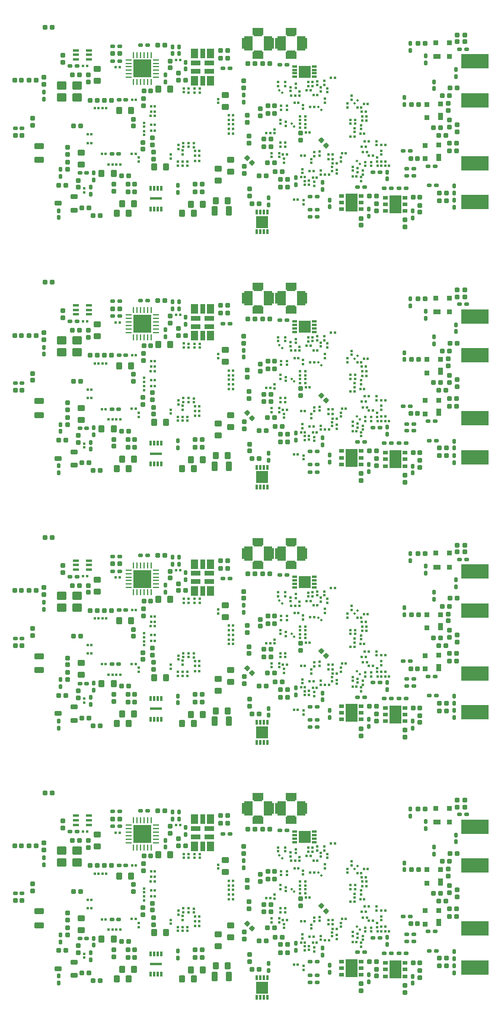
<source format=gbp>
G04 Layer_Color=128*
%FSLAX44Y44*%
%MOMM*%
G71*
G01*
G75*
G04:AMPARAMS|DCode=19|XSize=0.6mm|YSize=0.6mm|CornerRadius=0.06mm|HoleSize=0mm|Usage=FLASHONLY|Rotation=180.000|XOffset=0mm|YOffset=0mm|HoleType=Round|Shape=RoundedRectangle|*
%AMROUNDEDRECTD19*
21,1,0.6000,0.4800,0,0,180.0*
21,1,0.4800,0.6000,0,0,180.0*
1,1,0.1200,-0.2400,0.2400*
1,1,0.1200,0.2400,0.2400*
1,1,0.1200,0.2400,-0.2400*
1,1,0.1200,-0.2400,-0.2400*
%
%ADD19ROUNDEDRECTD19*%
%ADD20R,4.0000X2.0000*%
G04:AMPARAMS|DCode=22|XSize=0.5mm|YSize=0.6mm|CornerRadius=0.05mm|HoleSize=0mm|Usage=FLASHONLY|Rotation=0.000|XOffset=0mm|YOffset=0mm|HoleType=Round|Shape=RoundedRectangle|*
%AMROUNDEDRECTD22*
21,1,0.5000,0.5000,0,0,0.0*
21,1,0.4000,0.6000,0,0,0.0*
1,1,0.1000,0.2000,-0.2500*
1,1,0.1000,-0.2000,-0.2500*
1,1,0.1000,-0.2000,0.2500*
1,1,0.1000,0.2000,0.2500*
%
%ADD22ROUNDEDRECTD22*%
G04:AMPARAMS|DCode=23|XSize=0.6mm|YSize=0.6mm|CornerRadius=0.06mm|HoleSize=0mm|Usage=FLASHONLY|Rotation=270.000|XOffset=0mm|YOffset=0mm|HoleType=Round|Shape=RoundedRectangle|*
%AMROUNDEDRECTD23*
21,1,0.6000,0.4800,0,0,270.0*
21,1,0.4800,0.6000,0,0,270.0*
1,1,0.1200,-0.2400,-0.2400*
1,1,0.1200,-0.2400,0.2400*
1,1,0.1200,0.2400,0.2400*
1,1,0.1200,0.2400,-0.2400*
%
%ADD23ROUNDEDRECTD23*%
G04:AMPARAMS|DCode=24|XSize=1mm|YSize=0.9mm|CornerRadius=0.1125mm|HoleSize=0mm|Usage=FLASHONLY|Rotation=180.000|XOffset=0mm|YOffset=0mm|HoleType=Round|Shape=RoundedRectangle|*
%AMROUNDEDRECTD24*
21,1,1.0000,0.6750,0,0,180.0*
21,1,0.7750,0.9000,0,0,180.0*
1,1,0.2250,-0.3875,0.3375*
1,1,0.2250,0.3875,0.3375*
1,1,0.2250,0.3875,-0.3375*
1,1,0.2250,-0.3875,-0.3375*
%
%ADD24ROUNDEDRECTD24*%
G04:AMPARAMS|DCode=25|XSize=0.5mm|YSize=0.6mm|CornerRadius=0.05mm|HoleSize=0mm|Usage=FLASHONLY|Rotation=90.000|XOffset=0mm|YOffset=0mm|HoleType=Round|Shape=RoundedRectangle|*
%AMROUNDEDRECTD25*
21,1,0.5000,0.5000,0,0,90.0*
21,1,0.4000,0.6000,0,0,90.0*
1,1,0.1000,0.2500,0.2000*
1,1,0.1000,0.2500,-0.2000*
1,1,0.1000,-0.2500,-0.2000*
1,1,0.1000,-0.2500,0.2000*
%
%ADD25ROUNDEDRECTD25*%
%ADD32R,0.3500X0.3000*%
%ADD37R,0.3000X0.3500*%
G04:AMPARAMS|DCode=40|XSize=1.3mm|YSize=0.8mm|CornerRadius=0.1mm|HoleSize=0mm|Usage=FLASHONLY|Rotation=270.000|XOffset=0mm|YOffset=0mm|HoleType=Round|Shape=RoundedRectangle|*
%AMROUNDEDRECTD40*
21,1,1.3000,0.6000,0,0,270.0*
21,1,1.1000,0.8000,0,0,270.0*
1,1,0.2000,-0.3000,-0.5500*
1,1,0.2000,-0.3000,0.5500*
1,1,0.2000,0.3000,0.5500*
1,1,0.2000,0.3000,-0.5500*
%
%ADD40ROUNDEDRECTD40*%
G04:AMPARAMS|DCode=81|XSize=0.3mm|YSize=0.35mm|CornerRadius=0mm|HoleSize=0mm|Usage=FLASHONLY|Rotation=315.000|XOffset=0mm|YOffset=0mm|HoleType=Round|Shape=Rectangle|*
%AMROTATEDRECTD81*
4,1,4,-0.2298,-0.0177,0.0177,0.2298,0.2298,0.0177,-0.0177,-0.2298,-0.2298,-0.0177,0.0*
%
%ADD81ROTATEDRECTD81*%

G04:AMPARAMS|DCode=82|XSize=0.6mm|YSize=0.6mm|CornerRadius=0.06mm|HoleSize=0mm|Usage=FLASHONLY|Rotation=45.000|XOffset=0mm|YOffset=0mm|HoleType=Round|Shape=RoundedRectangle|*
%AMROUNDEDRECTD82*
21,1,0.6000,0.4800,0,0,45.0*
21,1,0.4800,0.6000,0,0,45.0*
1,1,0.1200,0.3394,0.0000*
1,1,0.1200,0.0000,-0.3394*
1,1,0.1200,-0.3394,0.0000*
1,1,0.1200,0.0000,0.3394*
%
%ADD82ROUNDEDRECTD82*%
%ADD83R,0.3000X0.8000*%
%ADD84R,1.8000X0.3000*%
%ADD85R,1.5500X1.0000*%
%ADD86R,1.2000X1.6000*%
%ADD87R,1.2000X1.2000*%
%ADD88R,1.2000X2.1500*%
%ADD89R,1.0000X0.7000*%
%ADD90R,0.7000X0.7000*%
%ADD91R,0.7000X0.7000*%
%ADD92R,0.7000X1.0000*%
G04:AMPARAMS|DCode=93|XSize=0.6mm|YSize=1mm|CornerRadius=0.075mm|HoleSize=0mm|Usage=FLASHONLY|Rotation=270.000|XOffset=0mm|YOffset=0mm|HoleType=Round|Shape=RoundedRectangle|*
%AMROUNDEDRECTD93*
21,1,0.6000,0.8500,0,0,270.0*
21,1,0.4500,1.0000,0,0,270.0*
1,1,0.1500,-0.4250,-0.2250*
1,1,0.1500,-0.4250,0.2250*
1,1,0.1500,0.4250,0.2250*
1,1,0.1500,0.4250,-0.2250*
%
%ADD93ROUNDEDRECTD93*%
%ADD94R,0.8500X0.4000*%
G04:AMPARAMS|DCode=97|XSize=1.3mm|YSize=0.8mm|CornerRadius=0.1mm|HoleSize=0mm|Usage=FLASHONLY|Rotation=180.000|XOffset=0mm|YOffset=0mm|HoleType=Round|Shape=RoundedRectangle|*
%AMROUNDEDRECTD97*
21,1,1.3000,0.6000,0,0,180.0*
21,1,1.1000,0.8000,0,0,180.0*
1,1,0.2000,-0.5500,0.3000*
1,1,0.2000,0.5500,0.3000*
1,1,0.2000,0.5500,-0.3000*
1,1,0.2000,-0.5500,-0.3000*
%
%ADD97ROUNDEDRECTD97*%
G04:AMPARAMS|DCode=98|XSize=1.4mm|YSize=1.2mm|CornerRadius=0.15mm|HoleSize=0mm|Usage=FLASHONLY|Rotation=0.000|XOffset=0mm|YOffset=0mm|HoleType=Round|Shape=RoundedRectangle|*
%AMROUNDEDRECTD98*
21,1,1.4000,0.9000,0,0,0.0*
21,1,1.1000,1.2000,0,0,0.0*
1,1,0.3000,0.5500,-0.4500*
1,1,0.3000,-0.5500,-0.4500*
1,1,0.3000,-0.5500,0.4500*
1,1,0.3000,0.5500,0.4500*
%
%ADD98ROUNDEDRECTD98*%
%ADD99R,2.6000X2.6000*%
%ADD100O,0.2500X0.9000*%
%ADD101O,0.9000X0.2500*%
G04:AMPARAMS|DCode=102|XSize=1mm|YSize=0.9mm|CornerRadius=0.1125mm|HoleSize=0mm|Usage=FLASHONLY|Rotation=270.000|XOffset=0mm|YOffset=0mm|HoleType=Round|Shape=RoundedRectangle|*
%AMROUNDEDRECTD102*
21,1,1.0000,0.6750,0,0,270.0*
21,1,0.7750,0.9000,0,0,270.0*
1,1,0.2250,-0.3375,-0.3875*
1,1,0.2250,-0.3375,0.3875*
1,1,0.2250,0.3375,0.3875*
1,1,0.2250,0.3375,-0.3875*
%
%ADD102ROUNDEDRECTD102*%
%ADD105R,0.7000X1.3500*%
%ADD106R,1.3500X0.7000*%
%ADD107R,1.0000X1.3500*%
%ADD108R,1.7000X1.7000*%
%ADD109R,0.6500X0.3000*%
%ADD110R,1.7000X1.7000*%
%ADD111R,0.3000X0.6500*%
%ADD113R,1.7000X2.5000*%
%ADD114R,0.7000X0.5000*%
G04:AMPARAMS|DCode=115|XSize=0.3mm|YSize=0.35mm|CornerRadius=0mm|HoleSize=0mm|Usage=FLASHONLY|Rotation=45.000|XOffset=0mm|YOffset=0mm|HoleType=Round|Shape=Rectangle|*
%AMROTATEDRECTD115*
4,1,4,0.0177,-0.2298,-0.2298,0.0177,-0.0177,0.2298,0.2298,-0.0177,0.0177,-0.2298,0.0*
%
%ADD115ROTATEDRECTD115*%

D19*
X590500Y42000D02*
D03*
Y52000D02*
D03*
X528115Y44305D02*
D03*
Y54305D02*
D03*
X569365Y21055D02*
D03*
Y31055D02*
D03*
X506865Y23305D02*
D03*
Y33305D02*
D03*
X245885Y240025D02*
D03*
Y230025D02*
D03*
X631125Y186875D02*
D03*
Y196875D02*
D03*
X632250Y173250D02*
D03*
Y163250D02*
D03*
X37750Y176000D02*
D03*
Y166000D02*
D03*
X208750Y148250D02*
D03*
Y138250D02*
D03*
X195250Y141750D02*
D03*
Y131750D02*
D03*
X195750Y204250D02*
D03*
Y194250D02*
D03*
X181750Y174750D02*
D03*
Y164750D02*
D03*
X209750Y127750D02*
D03*
Y117750D02*
D03*
X344250Y170500D02*
D03*
Y180500D02*
D03*
X346250Y140250D02*
D03*
Y150250D02*
D03*
X362250Y179250D02*
D03*
Y189250D02*
D03*
X339000Y219000D02*
D03*
Y229000D02*
D03*
X347500Y75250D02*
D03*
Y65250D02*
D03*
X53750Y234250D02*
D03*
Y224250D02*
D03*
X87750Y134250D02*
D03*
Y124250D02*
D03*
Y113250D02*
D03*
Y103250D02*
D03*
X117000Y227500D02*
D03*
Y237500D02*
D03*
X80250Y265500D02*
D03*
Y255500D02*
D03*
X102250Y77500D02*
D03*
Y87500D02*
D03*
X153000Y72000D02*
D03*
Y82000D02*
D03*
X643750Y167000D02*
D03*
Y157000D02*
D03*
X419760Y144714D02*
D03*
Y154714D02*
D03*
X233750Y257750D02*
D03*
Y247750D02*
D03*
X654500Y295000D02*
D03*
Y285000D02*
D03*
X643500Y295000D02*
D03*
Y285000D02*
D03*
X339750Y107250D02*
D03*
Y97250D02*
D03*
X590500Y405700D02*
D03*
Y415700D02*
D03*
X528115Y408005D02*
D03*
Y418005D02*
D03*
X569365Y384755D02*
D03*
Y394755D02*
D03*
X506865Y387005D02*
D03*
Y397005D02*
D03*
X245885Y603725D02*
D03*
Y593725D02*
D03*
X631125Y550575D02*
D03*
Y560575D02*
D03*
X632250Y536950D02*
D03*
Y526950D02*
D03*
X37750Y539700D02*
D03*
Y529700D02*
D03*
X208750Y511950D02*
D03*
Y501950D02*
D03*
X195250Y505450D02*
D03*
Y495450D02*
D03*
X195750Y567950D02*
D03*
Y557950D02*
D03*
X181750Y538450D02*
D03*
Y528450D02*
D03*
X209750Y491450D02*
D03*
Y481450D02*
D03*
X344250Y534200D02*
D03*
Y544200D02*
D03*
X346250Y503950D02*
D03*
Y513950D02*
D03*
X362250Y542950D02*
D03*
Y552950D02*
D03*
X339000Y582700D02*
D03*
Y592700D02*
D03*
X347500Y438950D02*
D03*
Y428950D02*
D03*
X53750Y597950D02*
D03*
Y587950D02*
D03*
X87750Y497950D02*
D03*
Y487950D02*
D03*
Y476950D02*
D03*
Y466950D02*
D03*
X117000Y591200D02*
D03*
Y601200D02*
D03*
X80250Y629200D02*
D03*
Y619200D02*
D03*
X102250Y441200D02*
D03*
Y451200D02*
D03*
X153000Y435700D02*
D03*
Y445700D02*
D03*
X643750Y530700D02*
D03*
Y520700D02*
D03*
X419760Y508414D02*
D03*
Y518414D02*
D03*
X233750Y621450D02*
D03*
Y611450D02*
D03*
X654500Y658700D02*
D03*
Y648700D02*
D03*
X643500Y658700D02*
D03*
Y648700D02*
D03*
X339750Y470950D02*
D03*
Y460950D02*
D03*
X590500Y769400D02*
D03*
Y779400D02*
D03*
X528115Y771705D02*
D03*
Y781705D02*
D03*
X569365Y748455D02*
D03*
Y758455D02*
D03*
X506865Y750705D02*
D03*
Y760705D02*
D03*
X245885Y967425D02*
D03*
Y957425D02*
D03*
X631125Y914275D02*
D03*
Y924275D02*
D03*
X632250Y900650D02*
D03*
Y890650D02*
D03*
X37750Y903400D02*
D03*
Y893400D02*
D03*
X208750Y875650D02*
D03*
Y865650D02*
D03*
X195250Y869150D02*
D03*
Y859150D02*
D03*
X195750Y931650D02*
D03*
Y921650D02*
D03*
X181750Y902150D02*
D03*
Y892150D02*
D03*
X209750Y855150D02*
D03*
Y845150D02*
D03*
X344250Y897900D02*
D03*
Y907900D02*
D03*
X346250Y867650D02*
D03*
Y877650D02*
D03*
X362250Y906650D02*
D03*
Y916650D02*
D03*
X339000Y946400D02*
D03*
Y956400D02*
D03*
X347500Y802650D02*
D03*
Y792650D02*
D03*
X53750Y961650D02*
D03*
Y951650D02*
D03*
X87750Y861650D02*
D03*
Y851650D02*
D03*
Y840650D02*
D03*
Y830650D02*
D03*
X117000Y954900D02*
D03*
Y964900D02*
D03*
X80250Y992900D02*
D03*
Y982900D02*
D03*
X102250Y804900D02*
D03*
Y814900D02*
D03*
X153000Y799400D02*
D03*
Y809400D02*
D03*
X643750Y894400D02*
D03*
Y884400D02*
D03*
X419760Y872114D02*
D03*
Y882114D02*
D03*
X233750Y985150D02*
D03*
Y975150D02*
D03*
X654500Y1022400D02*
D03*
Y1012400D02*
D03*
X643500Y1022400D02*
D03*
Y1012400D02*
D03*
X339750Y834650D02*
D03*
Y824650D02*
D03*
X590500Y1133100D02*
D03*
Y1143100D02*
D03*
X528115Y1135405D02*
D03*
Y1145405D02*
D03*
X569365Y1112155D02*
D03*
Y1122155D02*
D03*
X506865Y1114405D02*
D03*
Y1124405D02*
D03*
X245885Y1331125D02*
D03*
Y1321125D02*
D03*
X631125Y1277975D02*
D03*
Y1287975D02*
D03*
X632250Y1264350D02*
D03*
Y1254350D02*
D03*
X37750Y1267100D02*
D03*
Y1257100D02*
D03*
X208750Y1239350D02*
D03*
Y1229350D02*
D03*
X195250Y1232850D02*
D03*
Y1222850D02*
D03*
X195750Y1295350D02*
D03*
Y1285350D02*
D03*
X181750Y1265850D02*
D03*
Y1255850D02*
D03*
X209750Y1218850D02*
D03*
Y1208850D02*
D03*
X344250Y1261600D02*
D03*
Y1271600D02*
D03*
X346250Y1231350D02*
D03*
Y1241350D02*
D03*
X362250Y1270350D02*
D03*
Y1280350D02*
D03*
X339000Y1310100D02*
D03*
Y1320100D02*
D03*
X347500Y1166350D02*
D03*
Y1156350D02*
D03*
X53750Y1325350D02*
D03*
Y1315350D02*
D03*
X87750Y1225350D02*
D03*
Y1215350D02*
D03*
Y1204350D02*
D03*
Y1194350D02*
D03*
X117000Y1318600D02*
D03*
Y1328600D02*
D03*
X80250Y1356600D02*
D03*
Y1346600D02*
D03*
X102250Y1168600D02*
D03*
Y1178600D02*
D03*
X153000Y1163100D02*
D03*
Y1173100D02*
D03*
X643750Y1258100D02*
D03*
Y1248100D02*
D03*
X419760Y1235814D02*
D03*
Y1245814D02*
D03*
X233750Y1348850D02*
D03*
Y1338850D02*
D03*
X654500Y1386100D02*
D03*
Y1376100D02*
D03*
X643500Y1386100D02*
D03*
Y1376100D02*
D03*
X339750Y1198350D02*
D03*
Y1188350D02*
D03*
D20*
X669450Y201675D02*
D03*
Y257075D02*
D03*
Y112075D02*
D03*
Y56675D02*
D03*
Y565375D02*
D03*
Y620775D02*
D03*
Y475775D02*
D03*
Y420375D02*
D03*
Y929075D02*
D03*
Y984475D02*
D03*
Y839475D02*
D03*
Y784075D02*
D03*
Y1292775D02*
D03*
Y1348175D02*
D03*
Y1203175D02*
D03*
Y1147775D02*
D03*
D22*
X580060Y34000D02*
D03*
Y44000D02*
D03*
X461500Y49500D02*
D03*
Y59500D02*
D03*
X517615Y36305D02*
D03*
Y46305D02*
D03*
X568250Y205750D02*
D03*
Y195750D02*
D03*
X576750Y272500D02*
D03*
Y282500D02*
D03*
X74500Y44250D02*
D03*
Y34250D02*
D03*
X53750Y213250D02*
D03*
Y203250D02*
D03*
X77250Y103250D02*
D03*
Y93250D02*
D03*
X339250Y209000D02*
D03*
Y199000D02*
D03*
X374500Y62250D02*
D03*
Y52250D02*
D03*
X120250Y77750D02*
D03*
Y67750D02*
D03*
X227000Y228000D02*
D03*
Y238000D02*
D03*
X413750Y81250D02*
D03*
X413750Y91250D02*
D03*
X451750Y74250D02*
D03*
Y84249D02*
D03*
X244750Y70000D02*
D03*
Y80000D02*
D03*
X256000Y256000D02*
D03*
Y246000D02*
D03*
X246500Y268000D02*
D03*
Y278000D02*
D03*
X237250Y268000D02*
D03*
Y278000D02*
D03*
X610250Y228000D02*
D03*
Y218000D02*
D03*
X599000Y264750D02*
D03*
Y254750D02*
D03*
X543819Y89319D02*
D03*
Y99319D02*
D03*
X125000Y88250D02*
D03*
Y98250D02*
D03*
X642250Y245500D02*
D03*
Y235500D02*
D03*
X639500Y59000D02*
D03*
Y49000D02*
D03*
Y79500D02*
D03*
Y69500D02*
D03*
X580060Y397700D02*
D03*
Y407700D02*
D03*
X461500Y413200D02*
D03*
Y423200D02*
D03*
X517615Y400005D02*
D03*
Y410005D02*
D03*
X568250Y569450D02*
D03*
Y559450D02*
D03*
X576750Y636200D02*
D03*
Y646200D02*
D03*
X74500Y407950D02*
D03*
Y397950D02*
D03*
X53750Y576950D02*
D03*
Y566950D02*
D03*
X77250Y466950D02*
D03*
Y456950D02*
D03*
X339250Y572700D02*
D03*
Y562700D02*
D03*
X374500Y425950D02*
D03*
Y415950D02*
D03*
X120250Y441450D02*
D03*
Y431450D02*
D03*
X227000Y591700D02*
D03*
Y601700D02*
D03*
X413750Y444950D02*
D03*
X413750Y454950D02*
D03*
X451750Y437949D02*
D03*
Y447949D02*
D03*
X244750Y433700D02*
D03*
Y443700D02*
D03*
X256000Y619700D02*
D03*
Y609700D02*
D03*
X246500Y631700D02*
D03*
Y641700D02*
D03*
X237250Y631700D02*
D03*
Y641700D02*
D03*
X610250Y591700D02*
D03*
Y581700D02*
D03*
X599000Y628450D02*
D03*
Y618450D02*
D03*
X543819Y453019D02*
D03*
Y463019D02*
D03*
X125000Y451950D02*
D03*
Y461950D02*
D03*
X642250Y609200D02*
D03*
Y599200D02*
D03*
X639500Y422700D02*
D03*
Y412700D02*
D03*
Y443200D02*
D03*
Y433200D02*
D03*
X580060Y761400D02*
D03*
Y771400D02*
D03*
X461500Y776900D02*
D03*
Y786900D02*
D03*
X517615Y763705D02*
D03*
Y773705D02*
D03*
X568250Y933150D02*
D03*
Y923150D02*
D03*
X576750Y999900D02*
D03*
Y1009900D02*
D03*
X74500Y771650D02*
D03*
Y761650D02*
D03*
X53750Y940650D02*
D03*
Y930650D02*
D03*
X77250Y830650D02*
D03*
Y820650D02*
D03*
X339250Y936400D02*
D03*
Y926400D02*
D03*
X374500Y789650D02*
D03*
Y779650D02*
D03*
X120250Y805150D02*
D03*
Y795150D02*
D03*
X227000Y955400D02*
D03*
Y965400D02*
D03*
X413750Y808650D02*
D03*
X413750Y818650D02*
D03*
X451750Y801650D02*
D03*
Y811650D02*
D03*
X244750Y797400D02*
D03*
Y807400D02*
D03*
X256000Y983400D02*
D03*
Y973400D02*
D03*
X246500Y995400D02*
D03*
Y1005400D02*
D03*
X237250Y995400D02*
D03*
Y1005400D02*
D03*
X610250Y955400D02*
D03*
Y945400D02*
D03*
X599000Y992150D02*
D03*
Y982150D02*
D03*
X543819Y816719D02*
D03*
Y826719D02*
D03*
X125000Y815650D02*
D03*
Y825650D02*
D03*
X642250Y972900D02*
D03*
Y962900D02*
D03*
X639500Y786400D02*
D03*
Y776400D02*
D03*
Y806900D02*
D03*
Y796900D02*
D03*
X580060Y1125100D02*
D03*
Y1135100D02*
D03*
X461500Y1140600D02*
D03*
Y1150600D02*
D03*
X517615Y1127405D02*
D03*
Y1137405D02*
D03*
X568250Y1296850D02*
D03*
Y1286850D02*
D03*
X576750Y1363600D02*
D03*
Y1373600D02*
D03*
X74500Y1135350D02*
D03*
Y1125350D02*
D03*
X53750Y1304350D02*
D03*
Y1294350D02*
D03*
X77250Y1194350D02*
D03*
Y1184350D02*
D03*
X339250Y1300100D02*
D03*
Y1290100D02*
D03*
X374500Y1153350D02*
D03*
Y1143350D02*
D03*
X120250Y1168850D02*
D03*
Y1158850D02*
D03*
X227000Y1319100D02*
D03*
Y1329100D02*
D03*
X413750Y1172350D02*
D03*
X413750Y1182350D02*
D03*
X451750Y1165350D02*
D03*
Y1175350D02*
D03*
X244750Y1161100D02*
D03*
Y1171100D02*
D03*
X256000Y1347100D02*
D03*
Y1337100D02*
D03*
X246500Y1359100D02*
D03*
Y1369100D02*
D03*
X237250Y1359100D02*
D03*
Y1369100D02*
D03*
X610250Y1319100D02*
D03*
Y1309100D02*
D03*
X599000Y1355850D02*
D03*
Y1345850D02*
D03*
X543819Y1180419D02*
D03*
Y1190419D02*
D03*
X125000Y1179350D02*
D03*
Y1189350D02*
D03*
X642250Y1336600D02*
D03*
Y1326600D02*
D03*
X639500Y1150100D02*
D03*
Y1140100D02*
D03*
Y1170600D02*
D03*
Y1160600D02*
D03*
D23*
X590615Y63055D02*
D03*
X580615D02*
D03*
X528115Y65305D02*
D03*
X518115D02*
D03*
X255750Y230000D02*
D03*
X245750D02*
D03*
X74500Y80750D02*
D03*
X84500D02*
D03*
X124000Y37500D02*
D03*
X134000D02*
D03*
X108000Y48500D02*
D03*
X118000D02*
D03*
X620125Y162625D02*
D03*
X610125D02*
D03*
X587500Y282500D02*
D03*
X597500D02*
D03*
X587250Y118750D02*
D03*
X577250D02*
D03*
X588750Y195750D02*
D03*
X578750Y195750D02*
D03*
X627625Y151625D02*
D03*
X617625D02*
D03*
X632875Y207875D02*
D03*
X622875D02*
D03*
X643250Y219000D02*
D03*
X633250D02*
D03*
X642750Y140500D02*
D03*
X632750Y140500D02*
D03*
X206250Y215250D02*
D03*
X196250D02*
D03*
X21750Y230000D02*
D03*
X11750D02*
D03*
X32750D02*
D03*
X42750D02*
D03*
X368000Y135750D02*
D03*
X378000D02*
D03*
X365750Y253750D02*
D03*
X375750D02*
D03*
X344750D02*
D03*
X354750D02*
D03*
X22525Y151705D02*
D03*
X12525D02*
D03*
X360500Y54250D02*
D03*
X350500D02*
D03*
X119500Y201750D02*
D03*
X129500D02*
D03*
X149750D02*
D03*
X139750D02*
D03*
X96000Y164750D02*
D03*
X106000D02*
D03*
X94250Y237500D02*
D03*
X104250D02*
D03*
X216250Y280250D02*
D03*
X226250D02*
D03*
X164500Y93750D02*
D03*
X174500D02*
D03*
X173391Y81901D02*
D03*
X183391D02*
D03*
X269500Y82000D02*
D03*
X279500D02*
D03*
X183391Y70901D02*
D03*
X173391D02*
D03*
X279500Y71000D02*
D03*
X269500D02*
D03*
X632750Y129500D02*
D03*
X642750D02*
D03*
X368010Y146214D02*
D03*
X378010D02*
D03*
X373260Y193714D02*
D03*
X383260D02*
D03*
X373223Y182750D02*
D03*
X383223D02*
D03*
X373000Y112777D02*
D03*
X383000D02*
D03*
X371000Y94277D02*
D03*
X361000D02*
D03*
X401500Y89027D02*
D03*
X391500D02*
D03*
X393500Y100027D02*
D03*
X383500D02*
D03*
X401510Y77964D02*
D03*
X391510D02*
D03*
X306000Y261750D02*
D03*
X316000D02*
D03*
X305944Y272913D02*
D03*
X315944D02*
D03*
X151750Y268250D02*
D03*
X161750D02*
D03*
X65000Y305750D02*
D03*
X55000D02*
D03*
X618000Y58780D02*
D03*
X628000D02*
D03*
X618000Y69750D02*
D03*
X628000D02*
D03*
X590615Y426755D02*
D03*
X580615D02*
D03*
X528115Y429005D02*
D03*
X518115D02*
D03*
X255750Y593700D02*
D03*
X245750D02*
D03*
X74500Y444450D02*
D03*
X84500D02*
D03*
X124000Y401200D02*
D03*
X134000D02*
D03*
X108000Y412200D02*
D03*
X118000D02*
D03*
X620125Y526325D02*
D03*
X610125D02*
D03*
X587500Y646200D02*
D03*
X597500D02*
D03*
X587250Y482450D02*
D03*
X577250D02*
D03*
X588750Y559450D02*
D03*
X578750Y559450D02*
D03*
X627625Y515325D02*
D03*
X617625D02*
D03*
X632875Y571575D02*
D03*
X622875D02*
D03*
X643250Y582700D02*
D03*
X633250D02*
D03*
X642750Y504200D02*
D03*
X632750Y504200D02*
D03*
X206250Y578950D02*
D03*
X196250D02*
D03*
X21750Y593700D02*
D03*
X11750D02*
D03*
X32750D02*
D03*
X42750D02*
D03*
X368000Y499450D02*
D03*
X378000D02*
D03*
X365750Y617450D02*
D03*
X375750D02*
D03*
X344750D02*
D03*
X354750D02*
D03*
X22525Y515405D02*
D03*
X12525D02*
D03*
X360500Y417950D02*
D03*
X350500D02*
D03*
X119500Y565450D02*
D03*
X129500D02*
D03*
X149750D02*
D03*
X139750D02*
D03*
X96000Y528450D02*
D03*
X106000D02*
D03*
X94250Y601200D02*
D03*
X104250D02*
D03*
X216250Y643950D02*
D03*
X226250D02*
D03*
X164500Y457450D02*
D03*
X174500D02*
D03*
X173391Y445601D02*
D03*
X183391D02*
D03*
X269500Y445700D02*
D03*
X279500D02*
D03*
X183391Y434601D02*
D03*
X173391D02*
D03*
X279500Y434700D02*
D03*
X269500D02*
D03*
X632750Y493200D02*
D03*
X642750D02*
D03*
X368010Y509914D02*
D03*
X378010D02*
D03*
X373260Y557414D02*
D03*
X383260D02*
D03*
X373223Y546450D02*
D03*
X383223D02*
D03*
X373000Y476477D02*
D03*
X383000D02*
D03*
X371000Y457977D02*
D03*
X361000D02*
D03*
X401500Y452727D02*
D03*
X391500D02*
D03*
X393500Y463727D02*
D03*
X383500D02*
D03*
X401510Y441664D02*
D03*
X391510D02*
D03*
X306000Y625450D02*
D03*
X316000D02*
D03*
X305944Y636613D02*
D03*
X315944D02*
D03*
X151750Y631950D02*
D03*
X161750D02*
D03*
X65000Y669450D02*
D03*
X55000D02*
D03*
X618000Y422480D02*
D03*
X628000D02*
D03*
X618000Y433450D02*
D03*
X628000D02*
D03*
X590615Y790455D02*
D03*
X580615D02*
D03*
X528115Y792705D02*
D03*
X518115D02*
D03*
X255750Y957400D02*
D03*
X245750D02*
D03*
X74500Y808150D02*
D03*
X84500D02*
D03*
X124000Y764900D02*
D03*
X134000D02*
D03*
X108000Y775900D02*
D03*
X118000D02*
D03*
X620125Y890025D02*
D03*
X610125D02*
D03*
X587500Y1009900D02*
D03*
X597500D02*
D03*
X587250Y846150D02*
D03*
X577250D02*
D03*
X588750Y923150D02*
D03*
X578750Y923150D02*
D03*
X627625Y879025D02*
D03*
X617625D02*
D03*
X632875Y935275D02*
D03*
X622875D02*
D03*
X643250Y946400D02*
D03*
X633250D02*
D03*
X642750Y867900D02*
D03*
X632750Y867900D02*
D03*
X206250Y942650D02*
D03*
X196250D02*
D03*
X21750Y957400D02*
D03*
X11750D02*
D03*
X32750D02*
D03*
X42750D02*
D03*
X368000Y863150D02*
D03*
X378000D02*
D03*
X365750Y981150D02*
D03*
X375750D02*
D03*
X344750D02*
D03*
X354750D02*
D03*
X22525Y879105D02*
D03*
X12525D02*
D03*
X360500Y781650D02*
D03*
X350500D02*
D03*
X119500Y929150D02*
D03*
X129500D02*
D03*
X149750D02*
D03*
X139750D02*
D03*
X96000Y892150D02*
D03*
X106000D02*
D03*
X94250Y964900D02*
D03*
X104250D02*
D03*
X216250Y1007650D02*
D03*
X226250D02*
D03*
X164500Y821150D02*
D03*
X174500D02*
D03*
X173391Y809301D02*
D03*
X183391D02*
D03*
X269500Y809400D02*
D03*
X279500D02*
D03*
X183391Y798301D02*
D03*
X173391D02*
D03*
X279500Y798400D02*
D03*
X269500D02*
D03*
X632750Y856900D02*
D03*
X642750D02*
D03*
X368010Y873614D02*
D03*
X378010D02*
D03*
X373260Y921114D02*
D03*
X383260D02*
D03*
X373223Y910150D02*
D03*
X383223D02*
D03*
X373000Y840177D02*
D03*
X383000D02*
D03*
X371000Y821677D02*
D03*
X361000D02*
D03*
X401500Y816427D02*
D03*
X391500D02*
D03*
X393500Y827427D02*
D03*
X383500D02*
D03*
X401510Y805364D02*
D03*
X391510D02*
D03*
X306000Y989150D02*
D03*
X316000D02*
D03*
X305944Y1000313D02*
D03*
X315944D02*
D03*
X151750Y995650D02*
D03*
X161750D02*
D03*
X65000Y1033150D02*
D03*
X55000D02*
D03*
X618000Y786180D02*
D03*
X628000D02*
D03*
X618000Y797150D02*
D03*
X628000D02*
D03*
X590615Y1154155D02*
D03*
X580615D02*
D03*
X528115Y1156405D02*
D03*
X518115D02*
D03*
X255750Y1321100D02*
D03*
X245750D02*
D03*
X74500Y1171850D02*
D03*
X84500D02*
D03*
X124000Y1128600D02*
D03*
X134000D02*
D03*
X108000Y1139600D02*
D03*
X118000D02*
D03*
X620125Y1253725D02*
D03*
X610125D02*
D03*
X587500Y1373600D02*
D03*
X597500D02*
D03*
X587250Y1209850D02*
D03*
X577250D02*
D03*
X588750Y1286850D02*
D03*
X578750Y1286850D02*
D03*
X627625Y1242725D02*
D03*
X617625D02*
D03*
X632875Y1298975D02*
D03*
X622875D02*
D03*
X643250Y1310100D02*
D03*
X633250D02*
D03*
X642750Y1231600D02*
D03*
X632750Y1231600D02*
D03*
X206250Y1306350D02*
D03*
X196250D02*
D03*
X21750Y1321100D02*
D03*
X11750D02*
D03*
X32750D02*
D03*
X42750D02*
D03*
X368000Y1226850D02*
D03*
X378000D02*
D03*
X365750Y1344850D02*
D03*
X375750D02*
D03*
X344750D02*
D03*
X354750D02*
D03*
X22525Y1242805D02*
D03*
X12525D02*
D03*
X360500Y1145350D02*
D03*
X350500D02*
D03*
X119500Y1292850D02*
D03*
X129500D02*
D03*
X149750D02*
D03*
X139750D02*
D03*
X96000Y1255850D02*
D03*
X106000D02*
D03*
X94250Y1328600D02*
D03*
X104250D02*
D03*
X216250Y1371350D02*
D03*
X226250D02*
D03*
X164500Y1184850D02*
D03*
X174500D02*
D03*
X173391Y1173001D02*
D03*
X183391D02*
D03*
X269500Y1173100D02*
D03*
X279500D02*
D03*
X183391Y1162001D02*
D03*
X173391D02*
D03*
X279500Y1162100D02*
D03*
X269500D02*
D03*
X632750Y1220600D02*
D03*
X642750D02*
D03*
X368010Y1237314D02*
D03*
X378010D02*
D03*
X373260Y1284814D02*
D03*
X383260D02*
D03*
X373223Y1273850D02*
D03*
X383223D02*
D03*
X373000Y1203877D02*
D03*
X383000D02*
D03*
X371000Y1185377D02*
D03*
X361000D02*
D03*
X401500Y1180127D02*
D03*
X391500D02*
D03*
X393500Y1191127D02*
D03*
X383500D02*
D03*
X401510Y1169064D02*
D03*
X391510D02*
D03*
X306000Y1352850D02*
D03*
X316000D02*
D03*
X305944Y1364014D02*
D03*
X315944D02*
D03*
X151750Y1359350D02*
D03*
X161750D02*
D03*
X65000Y1396850D02*
D03*
X55000D02*
D03*
X618000Y1149880D02*
D03*
X628000D02*
D03*
X618000Y1160850D02*
D03*
X628000D02*
D03*
D24*
X302500Y87250D02*
D03*
Y104250D02*
D03*
X312500Y192350D02*
D03*
Y209350D02*
D03*
X106750Y109850D02*
D03*
Y126850D02*
D03*
X320500Y99750D02*
D03*
Y116750D02*
D03*
X130000Y246000D02*
D03*
Y229000D02*
D03*
X302500Y450950D02*
D03*
Y467950D02*
D03*
X312500Y556050D02*
D03*
Y573050D02*
D03*
X106750Y473550D02*
D03*
Y490550D02*
D03*
X320500Y463450D02*
D03*
Y480450D02*
D03*
X130000Y609700D02*
D03*
Y592700D02*
D03*
X302500Y814650D02*
D03*
Y831650D02*
D03*
X312500Y919750D02*
D03*
Y936750D02*
D03*
X106750Y837250D02*
D03*
Y854250D02*
D03*
X320500Y827150D02*
D03*
Y844150D02*
D03*
X130000Y973400D02*
D03*
Y956400D02*
D03*
X302500Y1178350D02*
D03*
Y1195350D02*
D03*
X312500Y1283450D02*
D03*
Y1300450D02*
D03*
X106750Y1200950D02*
D03*
Y1217950D02*
D03*
X320500Y1190850D02*
D03*
Y1207850D02*
D03*
X130000Y1337100D02*
D03*
Y1320100D02*
D03*
D25*
X549865Y76555D02*
D03*
X539865D02*
D03*
X560865D02*
D03*
X570865D02*
D03*
X511250Y78250D02*
D03*
X501250D02*
D03*
X309500Y247000D02*
D03*
X319500D02*
D03*
X566500Y129250D02*
D03*
X576500D02*
D03*
X12500Y162000D02*
D03*
X22500D02*
D03*
X104750Y97750D02*
D03*
X114750D02*
D03*
X101000Y250250D02*
D03*
X91000D02*
D03*
X160501Y125100D02*
D03*
X150500D02*
D03*
X160751Y202350D02*
D03*
X170751D02*
D03*
X201750Y280250D02*
D03*
X191750D02*
D03*
X390500Y252000D02*
D03*
X400500D02*
D03*
X581647Y104000D02*
D03*
X571647D02*
D03*
X523250Y98750D02*
D03*
X533250D02*
D03*
X434000Y45750D02*
D03*
X444000D02*
D03*
X151750Y257750D02*
D03*
X161750D02*
D03*
X151750Y278750D02*
D03*
X161750D02*
D03*
X612000Y107750D02*
D03*
X602000D02*
D03*
X603750Y80250D02*
D03*
X613750D02*
D03*
X581647Y94000D02*
D03*
X571647D02*
D03*
X433918Y64667D02*
D03*
X443918D02*
D03*
X434000Y35500D02*
D03*
X444000D02*
D03*
X657000Y274500D02*
D03*
X647000D02*
D03*
X549865Y440255D02*
D03*
X539865D02*
D03*
X560865D02*
D03*
X570865D02*
D03*
X511250Y441950D02*
D03*
X501250D02*
D03*
X309500Y610700D02*
D03*
X319500D02*
D03*
X566500Y492950D02*
D03*
X576500D02*
D03*
X12500Y525700D02*
D03*
X22500D02*
D03*
X104750Y461450D02*
D03*
X114750D02*
D03*
X101000Y613950D02*
D03*
X91000D02*
D03*
X160501Y488800D02*
D03*
X150500D02*
D03*
X160751Y566050D02*
D03*
X170751D02*
D03*
X201750Y643950D02*
D03*
X191750D02*
D03*
X390500Y615700D02*
D03*
X400500D02*
D03*
X581647Y467700D02*
D03*
X571647D02*
D03*
X523250Y462450D02*
D03*
X533250D02*
D03*
X434000Y409450D02*
D03*
X444000D02*
D03*
X151750Y621450D02*
D03*
X161750D02*
D03*
X151750Y642450D02*
D03*
X161750D02*
D03*
X612000Y471450D02*
D03*
X602000D02*
D03*
X603750Y443950D02*
D03*
X613750D02*
D03*
X581647Y457700D02*
D03*
X571647D02*
D03*
X433918Y428367D02*
D03*
X443918D02*
D03*
X434000Y399200D02*
D03*
X444000D02*
D03*
X657000Y638200D02*
D03*
X647000D02*
D03*
X549865Y803955D02*
D03*
X539865D02*
D03*
X560865D02*
D03*
X570865D02*
D03*
X511250Y805650D02*
D03*
X501250D02*
D03*
X309500Y974400D02*
D03*
X319500D02*
D03*
X566500Y856650D02*
D03*
X576500D02*
D03*
X12500Y889400D02*
D03*
X22500D02*
D03*
X104750Y825150D02*
D03*
X114750D02*
D03*
X101000Y977650D02*
D03*
X91000D02*
D03*
X160501Y852500D02*
D03*
X150500D02*
D03*
X160751Y929750D02*
D03*
X170751D02*
D03*
X201750Y1007650D02*
D03*
X191750D02*
D03*
X390500Y979400D02*
D03*
X400500D02*
D03*
X581647Y831400D02*
D03*
X571647D02*
D03*
X523250Y826150D02*
D03*
X533250D02*
D03*
X434000Y773150D02*
D03*
X444000D02*
D03*
X151750Y985150D02*
D03*
X161750D02*
D03*
X151750Y1006150D02*
D03*
X161750D02*
D03*
X612000Y835150D02*
D03*
X602000D02*
D03*
X603750Y807650D02*
D03*
X613750D02*
D03*
X581647Y821400D02*
D03*
X571647D02*
D03*
X433918Y792067D02*
D03*
X443918D02*
D03*
X434000Y762900D02*
D03*
X444000D02*
D03*
X657000Y1001900D02*
D03*
X647000D02*
D03*
X549865Y1167655D02*
D03*
X539865D02*
D03*
X560865D02*
D03*
X570865D02*
D03*
X511250Y1169350D02*
D03*
X501250D02*
D03*
X309500Y1338100D02*
D03*
X319500D02*
D03*
X566500Y1220350D02*
D03*
X576500D02*
D03*
X12500Y1253100D02*
D03*
X22500D02*
D03*
X104750Y1188850D02*
D03*
X114750D02*
D03*
X101000Y1341350D02*
D03*
X91000D02*
D03*
X160501Y1216200D02*
D03*
X150500D02*
D03*
X160751Y1293450D02*
D03*
X170751D02*
D03*
X201750Y1371350D02*
D03*
X191750D02*
D03*
X390500Y1343100D02*
D03*
X400500D02*
D03*
X581647Y1195100D02*
D03*
X571647D02*
D03*
X523250Y1189850D02*
D03*
X533250D02*
D03*
X434000Y1136850D02*
D03*
X444000D02*
D03*
X151750Y1348850D02*
D03*
X161750D02*
D03*
X151750Y1369850D02*
D03*
X161750D02*
D03*
X612000Y1198850D02*
D03*
X602000D02*
D03*
X603750Y1171350D02*
D03*
X613750D02*
D03*
X581647Y1185100D02*
D03*
X571647D02*
D03*
X433918Y1155767D02*
D03*
X443918D02*
D03*
X434000Y1126600D02*
D03*
X444000D02*
D03*
X657000Y1365600D02*
D03*
X647000D02*
D03*
D32*
X535500Y129600D02*
D03*
Y124000D02*
D03*
X506250Y160700D02*
D03*
Y166300D02*
D03*
X509000Y101550D02*
D03*
Y95950D02*
D03*
X246000Y137550D02*
D03*
X246000Y131950D02*
D03*
X251500Y124450D02*
D03*
Y130050D02*
D03*
X234500Y118700D02*
D03*
Y124300D02*
D03*
X252500Y135200D02*
D03*
X252500Y140800D02*
D03*
X260250Y135200D02*
D03*
Y140800D02*
D03*
X267500Y134950D02*
D03*
X267500Y140550D02*
D03*
X252000Y108700D02*
D03*
X252000Y114300D02*
D03*
X245250Y108700D02*
D03*
Y114300D02*
D03*
X258500Y114300D02*
D03*
Y108700D02*
D03*
X465050Y100950D02*
D03*
Y106550D02*
D03*
X471750Y97200D02*
D03*
Y102800D02*
D03*
X494740Y107000D02*
D03*
Y101400D02*
D03*
X448750Y101550D02*
D03*
Y95950D02*
D03*
X512460Y113514D02*
D03*
Y107914D02*
D03*
X520500Y113550D02*
D03*
Y107950D02*
D03*
X528500Y137700D02*
D03*
Y143300D02*
D03*
X501250Y104550D02*
D03*
Y98950D02*
D03*
X432000Y87050D02*
D03*
Y81450D02*
D03*
X439250Y85300D02*
D03*
Y79700D02*
D03*
X424210Y53400D02*
D03*
Y59000D02*
D03*
X506250Y92050D02*
D03*
Y86450D02*
D03*
X437250Y221950D02*
D03*
Y227550D02*
D03*
X487000Y191700D02*
D03*
Y197300D02*
D03*
X477750Y120050D02*
D03*
Y114450D02*
D03*
X491500Y168200D02*
D03*
Y173800D02*
D03*
X498250D02*
D03*
Y168200D02*
D03*
X196751Y157650D02*
D03*
Y152050D02*
D03*
X188750Y114300D02*
D03*
Y119900D02*
D03*
X111500Y76050D02*
D03*
Y70450D02*
D03*
X196250Y169400D02*
D03*
Y163800D02*
D03*
X260400Y218260D02*
D03*
Y212660D02*
D03*
X252950Y218510D02*
D03*
Y212910D02*
D03*
X268600Y218260D02*
D03*
Y212660D02*
D03*
X276500Y218300D02*
D03*
Y212700D02*
D03*
X302750Y203300D02*
D03*
Y197700D02*
D03*
X435250Y117800D02*
D03*
Y112200D02*
D03*
X398510Y140940D02*
D03*
Y135340D02*
D03*
X391250Y141027D02*
D03*
Y135427D02*
D03*
X383250Y154750D02*
D03*
Y160350D02*
D03*
X399260Y165414D02*
D03*
Y171014D02*
D03*
X391460Y168214D02*
D03*
Y173814D02*
D03*
X392000Y193714D02*
D03*
Y188114D02*
D03*
X400500Y193714D02*
D03*
Y188114D02*
D03*
X398010Y227764D02*
D03*
Y222164D02*
D03*
X388000Y222164D02*
D03*
Y227764D02*
D03*
X418760Y208414D02*
D03*
Y214014D02*
D03*
X405750Y214777D02*
D03*
Y220377D02*
D03*
X413260Y219414D02*
D03*
Y225014D02*
D03*
X426760Y168014D02*
D03*
Y162414D02*
D03*
X419250Y168110D02*
D03*
Y162510D02*
D03*
X426760Y179014D02*
D03*
Y173414D02*
D03*
X419250Y179014D02*
D03*
Y173414D02*
D03*
X423250Y194800D02*
D03*
Y189200D02*
D03*
X454760Y203714D02*
D03*
Y198114D02*
D03*
X458260Y212914D02*
D03*
Y218514D02*
D03*
X453750Y223450D02*
D03*
Y229050D02*
D03*
X448500Y214450D02*
D03*
Y220050D02*
D03*
X529250Y114200D02*
D03*
Y119800D02*
D03*
X439250Y127800D02*
D03*
Y122200D02*
D03*
X447270Y122964D02*
D03*
Y128564D02*
D03*
X422510Y103514D02*
D03*
Y97914D02*
D03*
X389260Y126514D02*
D03*
Y120914D02*
D03*
X378750Y126527D02*
D03*
Y120927D02*
D03*
X396250Y112777D02*
D03*
Y118377D02*
D03*
X426060Y86564D02*
D03*
Y80964D02*
D03*
X497250Y161800D02*
D03*
Y156200D02*
D03*
X492750Y208050D02*
D03*
Y202450D02*
D03*
X443750Y228800D02*
D03*
Y223200D02*
D03*
X430750Y227300D02*
D03*
Y221700D02*
D03*
X535500Y493300D02*
D03*
Y487700D02*
D03*
X506250Y524400D02*
D03*
Y530000D02*
D03*
X509000Y465250D02*
D03*
Y459650D02*
D03*
X246000Y501250D02*
D03*
X246000Y495650D02*
D03*
X251500Y488150D02*
D03*
Y493750D02*
D03*
X234500Y482400D02*
D03*
Y488000D02*
D03*
X252500Y498900D02*
D03*
X252500Y504500D02*
D03*
X260250Y498900D02*
D03*
Y504500D02*
D03*
X267500Y498650D02*
D03*
X267500Y504250D02*
D03*
X252000Y472400D02*
D03*
X252000Y478000D02*
D03*
X245250Y472400D02*
D03*
Y478000D02*
D03*
X258500Y478000D02*
D03*
Y472400D02*
D03*
X465050Y464650D02*
D03*
Y470250D02*
D03*
X471750Y460900D02*
D03*
Y466500D02*
D03*
X494740Y470700D02*
D03*
Y465100D02*
D03*
X448750Y465250D02*
D03*
Y459650D02*
D03*
X512460Y477214D02*
D03*
Y471614D02*
D03*
X520500Y477250D02*
D03*
Y471650D02*
D03*
X528500Y501400D02*
D03*
Y507000D02*
D03*
X501250Y468250D02*
D03*
Y462650D02*
D03*
X432000Y450750D02*
D03*
Y445150D02*
D03*
X439250Y449000D02*
D03*
Y443400D02*
D03*
X424210Y417100D02*
D03*
Y422700D02*
D03*
X506250Y455750D02*
D03*
Y450150D02*
D03*
X437250Y585650D02*
D03*
Y591250D02*
D03*
X487000Y555400D02*
D03*
Y561000D02*
D03*
X477750Y483750D02*
D03*
Y478150D02*
D03*
X491500Y531900D02*
D03*
Y537500D02*
D03*
X498250D02*
D03*
Y531900D02*
D03*
X196751Y521350D02*
D03*
Y515750D02*
D03*
X188750Y478000D02*
D03*
Y483600D02*
D03*
X111500Y439750D02*
D03*
Y434150D02*
D03*
X196250Y533100D02*
D03*
Y527500D02*
D03*
X260400Y581960D02*
D03*
Y576360D02*
D03*
X252950Y582210D02*
D03*
Y576610D02*
D03*
X268600Y581960D02*
D03*
Y576360D02*
D03*
X276500Y582000D02*
D03*
Y576400D02*
D03*
X302750Y567000D02*
D03*
Y561400D02*
D03*
X435250Y481500D02*
D03*
Y475900D02*
D03*
X398510Y504640D02*
D03*
Y499040D02*
D03*
X391250Y504727D02*
D03*
Y499127D02*
D03*
X383250Y518450D02*
D03*
Y524050D02*
D03*
X399260Y529114D02*
D03*
Y534714D02*
D03*
X391460Y531914D02*
D03*
Y537514D02*
D03*
X392000Y557414D02*
D03*
Y551814D02*
D03*
X400500Y557414D02*
D03*
Y551814D02*
D03*
X398010Y591464D02*
D03*
Y585864D02*
D03*
X388000Y585864D02*
D03*
Y591464D02*
D03*
X418760Y572114D02*
D03*
Y577714D02*
D03*
X405750Y578477D02*
D03*
Y584077D02*
D03*
X413260Y583114D02*
D03*
Y588714D02*
D03*
X426760Y531714D02*
D03*
Y526114D02*
D03*
X419250Y531810D02*
D03*
Y526210D02*
D03*
X426760Y542714D02*
D03*
Y537114D02*
D03*
X419250Y542714D02*
D03*
Y537114D02*
D03*
X423250Y558500D02*
D03*
Y552900D02*
D03*
X454760Y567414D02*
D03*
Y561814D02*
D03*
X458260Y576614D02*
D03*
Y582214D02*
D03*
X453750Y587150D02*
D03*
Y592750D02*
D03*
X448500Y578150D02*
D03*
Y583750D02*
D03*
X529250Y477900D02*
D03*
Y483500D02*
D03*
X439250Y491500D02*
D03*
Y485900D02*
D03*
X447270Y486664D02*
D03*
Y492264D02*
D03*
X422510Y467214D02*
D03*
Y461614D02*
D03*
X389260Y490214D02*
D03*
Y484614D02*
D03*
X378750Y490227D02*
D03*
Y484627D02*
D03*
X396250Y476477D02*
D03*
Y482077D02*
D03*
X426060Y450264D02*
D03*
Y444664D02*
D03*
X497250Y525500D02*
D03*
Y519900D02*
D03*
X492750Y571750D02*
D03*
Y566150D02*
D03*
X443750Y592500D02*
D03*
Y586900D02*
D03*
X430750Y591000D02*
D03*
Y585400D02*
D03*
X535500Y857000D02*
D03*
Y851400D02*
D03*
X506250Y888100D02*
D03*
Y893700D02*
D03*
X509000Y828950D02*
D03*
Y823350D02*
D03*
X246000Y864950D02*
D03*
X246000Y859350D02*
D03*
X251500Y851850D02*
D03*
Y857450D02*
D03*
X234500Y846100D02*
D03*
Y851700D02*
D03*
X252500Y862600D02*
D03*
X252500Y868200D02*
D03*
X260250Y862600D02*
D03*
Y868200D02*
D03*
X267500Y862350D02*
D03*
X267500Y867950D02*
D03*
X252000Y836100D02*
D03*
X252000Y841700D02*
D03*
X245250Y836100D02*
D03*
Y841700D02*
D03*
X258500Y841700D02*
D03*
Y836100D02*
D03*
X465050Y828350D02*
D03*
Y833950D02*
D03*
X471750Y824600D02*
D03*
Y830200D02*
D03*
X494740Y834400D02*
D03*
Y828800D02*
D03*
X448750Y828950D02*
D03*
Y823350D02*
D03*
X512460Y840914D02*
D03*
Y835314D02*
D03*
X520500Y840950D02*
D03*
Y835350D02*
D03*
X528500Y865100D02*
D03*
Y870700D02*
D03*
X501250Y831950D02*
D03*
Y826350D02*
D03*
X432000Y814450D02*
D03*
Y808850D02*
D03*
X439250Y812700D02*
D03*
Y807100D02*
D03*
X424210Y780800D02*
D03*
Y786400D02*
D03*
X506250Y819450D02*
D03*
Y813850D02*
D03*
X437250Y949350D02*
D03*
Y954950D02*
D03*
X487000Y919100D02*
D03*
Y924700D02*
D03*
X477750Y847450D02*
D03*
Y841850D02*
D03*
X491500Y895600D02*
D03*
Y901200D02*
D03*
X498250D02*
D03*
Y895600D02*
D03*
X196751Y885050D02*
D03*
Y879450D02*
D03*
X188750Y841700D02*
D03*
Y847300D02*
D03*
X111500Y803450D02*
D03*
Y797850D02*
D03*
X196250Y896800D02*
D03*
Y891200D02*
D03*
X260400Y945660D02*
D03*
Y940060D02*
D03*
X252950Y945910D02*
D03*
Y940310D02*
D03*
X268600Y945660D02*
D03*
Y940060D02*
D03*
X276500Y945700D02*
D03*
Y940100D02*
D03*
X302750Y930700D02*
D03*
Y925100D02*
D03*
X435250Y845200D02*
D03*
Y839600D02*
D03*
X398510Y868340D02*
D03*
Y862740D02*
D03*
X391250Y868427D02*
D03*
Y862827D02*
D03*
X383250Y882150D02*
D03*
Y887750D02*
D03*
X399260Y892814D02*
D03*
Y898414D02*
D03*
X391460Y895614D02*
D03*
Y901214D02*
D03*
X392000Y921114D02*
D03*
Y915514D02*
D03*
X400500Y921114D02*
D03*
Y915514D02*
D03*
X398010Y955164D02*
D03*
Y949564D02*
D03*
X388000Y949564D02*
D03*
Y955164D02*
D03*
X418760Y935814D02*
D03*
Y941414D02*
D03*
X405750Y942177D02*
D03*
Y947777D02*
D03*
X413260Y946814D02*
D03*
Y952414D02*
D03*
X426760Y895414D02*
D03*
Y889814D02*
D03*
X419250Y895510D02*
D03*
Y889910D02*
D03*
X426760Y906414D02*
D03*
Y900814D02*
D03*
X419250Y906414D02*
D03*
Y900814D02*
D03*
X423250Y922200D02*
D03*
Y916600D02*
D03*
X454760Y931114D02*
D03*
Y925514D02*
D03*
X458260Y940314D02*
D03*
Y945914D02*
D03*
X453750Y950850D02*
D03*
Y956450D02*
D03*
X448500Y941850D02*
D03*
Y947450D02*
D03*
X529250Y841600D02*
D03*
Y847200D02*
D03*
X439250Y855200D02*
D03*
Y849600D02*
D03*
X447270Y850364D02*
D03*
Y855964D02*
D03*
X422510Y830914D02*
D03*
Y825314D02*
D03*
X389260Y853914D02*
D03*
Y848314D02*
D03*
X378750Y853927D02*
D03*
Y848327D02*
D03*
X396250Y840177D02*
D03*
Y845777D02*
D03*
X426060Y813964D02*
D03*
Y808364D02*
D03*
X497250Y889200D02*
D03*
Y883600D02*
D03*
X492750Y935450D02*
D03*
Y929850D02*
D03*
X443750Y956200D02*
D03*
Y950600D02*
D03*
X430750Y954700D02*
D03*
Y949100D02*
D03*
X535500Y1220700D02*
D03*
Y1215100D02*
D03*
X506250Y1251800D02*
D03*
Y1257400D02*
D03*
X509000Y1192650D02*
D03*
Y1187050D02*
D03*
X246000Y1228650D02*
D03*
X246000Y1223050D02*
D03*
X251500Y1215550D02*
D03*
Y1221150D02*
D03*
X234500Y1209800D02*
D03*
Y1215400D02*
D03*
X252500Y1226300D02*
D03*
X252500Y1231900D02*
D03*
X260250Y1226300D02*
D03*
Y1231900D02*
D03*
X267500Y1226050D02*
D03*
X267500Y1231650D02*
D03*
X252000Y1199800D02*
D03*
X252000Y1205400D02*
D03*
X245250Y1199800D02*
D03*
Y1205400D02*
D03*
X258500Y1205400D02*
D03*
Y1199800D02*
D03*
X465050Y1192050D02*
D03*
Y1197650D02*
D03*
X471750Y1188300D02*
D03*
Y1193900D02*
D03*
X494740Y1198100D02*
D03*
Y1192500D02*
D03*
X448750Y1192650D02*
D03*
Y1187050D02*
D03*
X512460Y1204614D02*
D03*
Y1199014D02*
D03*
X520500Y1204650D02*
D03*
Y1199050D02*
D03*
X528500Y1228800D02*
D03*
Y1234400D02*
D03*
X501250Y1195650D02*
D03*
Y1190050D02*
D03*
X432000Y1178150D02*
D03*
Y1172550D02*
D03*
X439250Y1176400D02*
D03*
Y1170800D02*
D03*
X424210Y1144500D02*
D03*
Y1150100D02*
D03*
X506250Y1183150D02*
D03*
Y1177550D02*
D03*
X437250Y1313050D02*
D03*
Y1318650D02*
D03*
X487000Y1282800D02*
D03*
Y1288400D02*
D03*
X477750Y1211150D02*
D03*
Y1205550D02*
D03*
X491500Y1259300D02*
D03*
Y1264900D02*
D03*
X498250D02*
D03*
Y1259300D02*
D03*
X196751Y1248750D02*
D03*
Y1243150D02*
D03*
X188750Y1205400D02*
D03*
Y1211000D02*
D03*
X111500Y1167150D02*
D03*
Y1161550D02*
D03*
X196250Y1260500D02*
D03*
Y1254900D02*
D03*
X260400Y1309360D02*
D03*
Y1303760D02*
D03*
X252950Y1309610D02*
D03*
Y1304010D02*
D03*
X268600Y1309360D02*
D03*
Y1303760D02*
D03*
X276500Y1309400D02*
D03*
Y1303800D02*
D03*
X302750Y1294400D02*
D03*
Y1288800D02*
D03*
X435250Y1208900D02*
D03*
Y1203300D02*
D03*
X398510Y1232040D02*
D03*
Y1226440D02*
D03*
X391250Y1232127D02*
D03*
Y1226527D02*
D03*
X383250Y1245850D02*
D03*
Y1251450D02*
D03*
X399260Y1256514D02*
D03*
Y1262114D02*
D03*
X391460Y1259314D02*
D03*
Y1264914D02*
D03*
X392000Y1284814D02*
D03*
Y1279214D02*
D03*
X400500Y1284814D02*
D03*
Y1279214D02*
D03*
X398010Y1318864D02*
D03*
Y1313264D02*
D03*
X388000Y1313264D02*
D03*
Y1318864D02*
D03*
X418760Y1299514D02*
D03*
Y1305114D02*
D03*
X405750Y1305877D02*
D03*
Y1311477D02*
D03*
X413260Y1310514D02*
D03*
Y1316114D02*
D03*
X426760Y1259114D02*
D03*
Y1253514D02*
D03*
X419250Y1259210D02*
D03*
Y1253610D02*
D03*
X426760Y1270114D02*
D03*
Y1264514D02*
D03*
X419250Y1270114D02*
D03*
Y1264514D02*
D03*
X423250Y1285900D02*
D03*
Y1280300D02*
D03*
X454760Y1294814D02*
D03*
Y1289214D02*
D03*
X458260Y1304014D02*
D03*
Y1309614D02*
D03*
X453750Y1314550D02*
D03*
Y1320150D02*
D03*
X448500Y1305550D02*
D03*
Y1311150D02*
D03*
X529250Y1205300D02*
D03*
Y1210900D02*
D03*
X439250Y1218900D02*
D03*
Y1213300D02*
D03*
X447270Y1214064D02*
D03*
Y1219664D02*
D03*
X422510Y1194614D02*
D03*
Y1189014D02*
D03*
X389260Y1217614D02*
D03*
Y1212014D02*
D03*
X378750Y1217627D02*
D03*
Y1212027D02*
D03*
X396250Y1203877D02*
D03*
Y1209477D02*
D03*
X426060Y1177664D02*
D03*
Y1172064D02*
D03*
X497250Y1252900D02*
D03*
Y1247300D02*
D03*
X492750Y1299150D02*
D03*
Y1293550D02*
D03*
X443750Y1319900D02*
D03*
Y1314300D02*
D03*
X430750Y1318400D02*
D03*
Y1312800D02*
D03*
D37*
X410450Y60250D02*
D03*
X416050D02*
D03*
X494450Y93250D02*
D03*
X500050D02*
D03*
X269700Y129500D02*
D03*
X275300D02*
D03*
X275300Y115500D02*
D03*
X269700D02*
D03*
X275300Y122500D02*
D03*
X269700D02*
D03*
X465550Y124500D02*
D03*
X459950D02*
D03*
X466250Y111750D02*
D03*
X471850D02*
D03*
X433200Y100750D02*
D03*
X438800D02*
D03*
X460200Y118000D02*
D03*
X465800D02*
D03*
X460800Y95750D02*
D03*
X455200D02*
D03*
X479150Y126000D02*
D03*
X484750D02*
D03*
X540950Y108000D02*
D03*
X546550D02*
D03*
X535550D02*
D03*
X529950D02*
D03*
X497250Y150000D02*
D03*
X491650D02*
D03*
X510450Y196750D02*
D03*
X516050D02*
D03*
X463450Y233750D02*
D03*
X469050D02*
D03*
X535450Y137750D02*
D03*
X541050D02*
D03*
X439300Y192000D02*
D03*
X433700D02*
D03*
X155950Y248750D02*
D03*
X161550D02*
D03*
X317700Y154000D02*
D03*
X323300D02*
D03*
X317700Y173500D02*
D03*
X323300Y173500D02*
D03*
X317700Y160500D02*
D03*
X323300Y160500D02*
D03*
X317700Y167250D02*
D03*
X323300D02*
D03*
X508200Y179000D02*
D03*
X513800D02*
D03*
X501080Y191420D02*
D03*
X506680D02*
D03*
X513800Y172500D02*
D03*
X508200D02*
D03*
X115300Y250500D02*
D03*
X109700D02*
D03*
X156951Y110350D02*
D03*
X162551D02*
D03*
X151551D02*
D03*
X145950D02*
D03*
X121450Y152850D02*
D03*
X115850D02*
D03*
X185051Y202350D02*
D03*
X179450Y202350D02*
D03*
X179200Y125600D02*
D03*
X184800D02*
D03*
X125950Y190250D02*
D03*
X131550D02*
D03*
X142800Y190250D02*
D03*
X137200D02*
D03*
X121450Y140850D02*
D03*
X115850D02*
D03*
X206450Y166500D02*
D03*
X212050Y166500D02*
D03*
X206450Y158000D02*
D03*
X212050D02*
D03*
X323300Y180000D02*
D03*
X317700D02*
D03*
X206400Y193350D02*
D03*
X212000D02*
D03*
X206200Y179250D02*
D03*
X211800D02*
D03*
X206450Y185750D02*
D03*
X212050Y185750D02*
D03*
X141800Y125100D02*
D03*
X136201D02*
D03*
X507700Y185500D02*
D03*
X513300D02*
D03*
X400500Y124414D02*
D03*
X394900D02*
D03*
X376960Y155264D02*
D03*
X371360D02*
D03*
X412260Y208414D02*
D03*
X406660D02*
D03*
X427461Y155964D02*
D03*
X433060D02*
D03*
X444000Y209027D02*
D03*
X438400D02*
D03*
X434550Y215500D02*
D03*
X428950D02*
D03*
X511050Y154000D02*
D03*
X505450D02*
D03*
X517290Y143340D02*
D03*
X511690D02*
D03*
X507710Y135714D02*
D03*
X513310D02*
D03*
X508980Y127780D02*
D03*
X514580D02*
D03*
X541050Y114500D02*
D03*
X535450D02*
D03*
X443300Y91750D02*
D03*
X437700D02*
D03*
X426310Y91964D02*
D03*
X420710D02*
D03*
X248050Y259250D02*
D03*
X242450D02*
D03*
X523050Y123000D02*
D03*
X517450D02*
D03*
X411450Y198000D02*
D03*
X417050D02*
D03*
X420700Y122500D02*
D03*
X426300D02*
D03*
X410450Y423950D02*
D03*
X416050D02*
D03*
X494450Y456950D02*
D03*
X500050D02*
D03*
X269700Y493200D02*
D03*
X275300D02*
D03*
X275300Y479200D02*
D03*
X269700D02*
D03*
X275300Y486200D02*
D03*
X269700D02*
D03*
X465550Y488200D02*
D03*
X459950D02*
D03*
X466250Y475450D02*
D03*
X471850D02*
D03*
X433200Y464450D02*
D03*
X438800D02*
D03*
X460200Y481700D02*
D03*
X465800D02*
D03*
X460800Y459450D02*
D03*
X455200D02*
D03*
X479150Y489700D02*
D03*
X484750D02*
D03*
X540950Y471700D02*
D03*
X546550D02*
D03*
X535550D02*
D03*
X529950D02*
D03*
X497250Y513700D02*
D03*
X491650D02*
D03*
X510450Y560450D02*
D03*
X516050D02*
D03*
X463450Y597450D02*
D03*
X469050D02*
D03*
X535450Y501450D02*
D03*
X541050D02*
D03*
X439300Y555700D02*
D03*
X433700D02*
D03*
X155950Y612450D02*
D03*
X161550D02*
D03*
X317700Y517700D02*
D03*
X323300D02*
D03*
X317700Y537200D02*
D03*
X323300Y537200D02*
D03*
X317700Y524200D02*
D03*
X323300Y524200D02*
D03*
X317700Y530950D02*
D03*
X323300D02*
D03*
X508200Y542700D02*
D03*
X513800D02*
D03*
X501080Y555120D02*
D03*
X506680D02*
D03*
X513800Y536200D02*
D03*
X508200D02*
D03*
X115300Y614200D02*
D03*
X109700D02*
D03*
X156951Y474050D02*
D03*
X162551D02*
D03*
X151551D02*
D03*
X145950D02*
D03*
X121450Y516550D02*
D03*
X115850D02*
D03*
X185051Y566050D02*
D03*
X179450Y566050D02*
D03*
X179200Y489300D02*
D03*
X184800D02*
D03*
X125950Y553950D02*
D03*
X131550D02*
D03*
X142800Y553950D02*
D03*
X137200D02*
D03*
X121450Y504550D02*
D03*
X115850D02*
D03*
X206450Y530200D02*
D03*
X212050Y530200D02*
D03*
X206450Y521700D02*
D03*
X212050D02*
D03*
X323300Y543700D02*
D03*
X317700D02*
D03*
X206400Y557050D02*
D03*
X212000D02*
D03*
X206200Y542950D02*
D03*
X211800D02*
D03*
X206450Y549450D02*
D03*
X212050Y549450D02*
D03*
X141800Y488800D02*
D03*
X136201D02*
D03*
X507700Y549200D02*
D03*
X513300D02*
D03*
X400500Y488114D02*
D03*
X394900D02*
D03*
X376960Y518964D02*
D03*
X371360D02*
D03*
X412260Y572114D02*
D03*
X406660D02*
D03*
X427461Y519664D02*
D03*
X433060D02*
D03*
X444000Y572727D02*
D03*
X438400D02*
D03*
X434550Y579200D02*
D03*
X428950D02*
D03*
X511050Y517700D02*
D03*
X505450D02*
D03*
X517290Y507040D02*
D03*
X511690D02*
D03*
X507710Y499414D02*
D03*
X513310D02*
D03*
X508980Y491480D02*
D03*
X514580D02*
D03*
X541050Y478200D02*
D03*
X535450D02*
D03*
X443300Y455450D02*
D03*
X437700D02*
D03*
X426310Y455664D02*
D03*
X420710D02*
D03*
X248050Y622950D02*
D03*
X242450D02*
D03*
X523050Y486700D02*
D03*
X517450D02*
D03*
X411450Y561700D02*
D03*
X417050D02*
D03*
X420700Y486200D02*
D03*
X426300D02*
D03*
X410450Y787650D02*
D03*
X416050D02*
D03*
X494450Y820650D02*
D03*
X500050D02*
D03*
X269700Y856900D02*
D03*
X275300D02*
D03*
X275300Y842900D02*
D03*
X269700D02*
D03*
X275300Y849900D02*
D03*
X269700D02*
D03*
X465550Y851900D02*
D03*
X459950D02*
D03*
X466250Y839150D02*
D03*
X471850D02*
D03*
X433200Y828150D02*
D03*
X438800D02*
D03*
X460200Y845400D02*
D03*
X465800D02*
D03*
X460800Y823150D02*
D03*
X455200D02*
D03*
X479150Y853400D02*
D03*
X484750D02*
D03*
X540950Y835400D02*
D03*
X546550D02*
D03*
X535550D02*
D03*
X529950D02*
D03*
X497250Y877400D02*
D03*
X491650D02*
D03*
X510450Y924150D02*
D03*
X516050D02*
D03*
X463450Y961150D02*
D03*
X469050D02*
D03*
X535450Y865150D02*
D03*
X541050D02*
D03*
X439300Y919400D02*
D03*
X433700D02*
D03*
X155950Y976150D02*
D03*
X161550D02*
D03*
X317700Y881400D02*
D03*
X323300D02*
D03*
X317700Y900900D02*
D03*
X323300Y900900D02*
D03*
X317700Y887900D02*
D03*
X323300Y887900D02*
D03*
X317700Y894650D02*
D03*
X323300D02*
D03*
X508200Y906400D02*
D03*
X513800D02*
D03*
X501080Y918820D02*
D03*
X506680D02*
D03*
X513800Y899900D02*
D03*
X508200D02*
D03*
X115300Y977900D02*
D03*
X109700D02*
D03*
X156951Y837750D02*
D03*
X162551D02*
D03*
X151551D02*
D03*
X145950D02*
D03*
X121450Y880250D02*
D03*
X115850D02*
D03*
X185051Y929750D02*
D03*
X179450Y929750D02*
D03*
X179200Y853000D02*
D03*
X184800D02*
D03*
X125950Y917650D02*
D03*
X131550D02*
D03*
X142800Y917650D02*
D03*
X137200D02*
D03*
X121450Y868250D02*
D03*
X115850D02*
D03*
X206450Y893900D02*
D03*
X212050Y893900D02*
D03*
X206450Y885400D02*
D03*
X212050D02*
D03*
X323300Y907400D02*
D03*
X317700D02*
D03*
X206400Y920750D02*
D03*
X212000D02*
D03*
X206200Y906650D02*
D03*
X211800D02*
D03*
X206450Y913150D02*
D03*
X212050Y913150D02*
D03*
X141800Y852500D02*
D03*
X136201D02*
D03*
X507700Y912900D02*
D03*
X513300D02*
D03*
X400500Y851814D02*
D03*
X394900D02*
D03*
X376960Y882664D02*
D03*
X371360D02*
D03*
X412260Y935814D02*
D03*
X406660D02*
D03*
X427461Y883364D02*
D03*
X433060D02*
D03*
X444000Y936427D02*
D03*
X438400D02*
D03*
X434550Y942900D02*
D03*
X428950D02*
D03*
X511050Y881400D02*
D03*
X505450D02*
D03*
X517290Y870740D02*
D03*
X511690D02*
D03*
X507710Y863114D02*
D03*
X513310D02*
D03*
X508980Y855180D02*
D03*
X514580D02*
D03*
X541050Y841900D02*
D03*
X535450D02*
D03*
X443300Y819150D02*
D03*
X437700D02*
D03*
X426310Y819364D02*
D03*
X420710D02*
D03*
X248050Y986650D02*
D03*
X242450D02*
D03*
X523050Y850400D02*
D03*
X517450D02*
D03*
X411450Y925400D02*
D03*
X417050D02*
D03*
X420700Y849900D02*
D03*
X426300D02*
D03*
X410450Y1151350D02*
D03*
X416050D02*
D03*
X494450Y1184350D02*
D03*
X500050D02*
D03*
X269700Y1220600D02*
D03*
X275300D02*
D03*
X275300Y1206600D02*
D03*
X269700D02*
D03*
X275300Y1213600D02*
D03*
X269700D02*
D03*
X465550Y1215600D02*
D03*
X459950D02*
D03*
X466250Y1202850D02*
D03*
X471850D02*
D03*
X433200Y1191850D02*
D03*
X438800D02*
D03*
X460200Y1209100D02*
D03*
X465800D02*
D03*
X460800Y1186850D02*
D03*
X455200D02*
D03*
X479150Y1217100D02*
D03*
X484750D02*
D03*
X540950Y1199100D02*
D03*
X546550D02*
D03*
X535550D02*
D03*
X529950D02*
D03*
X497250Y1241100D02*
D03*
X491650D02*
D03*
X510450Y1287850D02*
D03*
X516050D02*
D03*
X463450Y1324850D02*
D03*
X469050D02*
D03*
X535450Y1228850D02*
D03*
X541050D02*
D03*
X439300Y1283100D02*
D03*
X433700D02*
D03*
X155950Y1339850D02*
D03*
X161550D02*
D03*
X317700Y1245100D02*
D03*
X323300D02*
D03*
X317700Y1264600D02*
D03*
X323300Y1264600D02*
D03*
X317700Y1251600D02*
D03*
X323300Y1251600D02*
D03*
X317700Y1258350D02*
D03*
X323300D02*
D03*
X508200Y1270100D02*
D03*
X513800D02*
D03*
X501080Y1282520D02*
D03*
X506680D02*
D03*
X513800Y1263600D02*
D03*
X508200D02*
D03*
X115300Y1341600D02*
D03*
X109700D02*
D03*
X156951Y1201450D02*
D03*
X162551D02*
D03*
X151551D02*
D03*
X145950D02*
D03*
X121450Y1243950D02*
D03*
X115850D02*
D03*
X185051Y1293450D02*
D03*
X179450Y1293450D02*
D03*
X179200Y1216700D02*
D03*
X184800D02*
D03*
X125950Y1281350D02*
D03*
X131550D02*
D03*
X142800Y1281350D02*
D03*
X137200D02*
D03*
X121450Y1231950D02*
D03*
X115850D02*
D03*
X206450Y1257600D02*
D03*
X212050Y1257600D02*
D03*
X206450Y1249100D02*
D03*
X212050D02*
D03*
X323300Y1271100D02*
D03*
X317700D02*
D03*
X206400Y1284450D02*
D03*
X212000D02*
D03*
X206200Y1270350D02*
D03*
X211800D02*
D03*
X206450Y1276850D02*
D03*
X212050Y1276850D02*
D03*
X141800Y1216200D02*
D03*
X136201D02*
D03*
X507700Y1276600D02*
D03*
X513300D02*
D03*
X400500Y1215514D02*
D03*
X394900D02*
D03*
X376960Y1246364D02*
D03*
X371360D02*
D03*
X412260Y1299514D02*
D03*
X406660D02*
D03*
X427461Y1247064D02*
D03*
X433060D02*
D03*
X444000Y1300127D02*
D03*
X438400D02*
D03*
X434550Y1306600D02*
D03*
X428950D02*
D03*
X511050Y1245100D02*
D03*
X505450D02*
D03*
X517290Y1234440D02*
D03*
X511690D02*
D03*
X507710Y1226814D02*
D03*
X513310D02*
D03*
X508980Y1218880D02*
D03*
X514580D02*
D03*
X541050Y1205600D02*
D03*
X535450D02*
D03*
X443300Y1182850D02*
D03*
X437700D02*
D03*
X426310Y1183064D02*
D03*
X420710D02*
D03*
X248050Y1350350D02*
D03*
X242450D02*
D03*
X523050Y1214100D02*
D03*
X517450D02*
D03*
X411450Y1289100D02*
D03*
X417050D02*
D03*
X420700Y1213600D02*
D03*
X426300D02*
D03*
D40*
X297750Y43750D02*
D03*
X317750D02*
D03*
X297750Y407450D02*
D03*
X317750D02*
D03*
X297750Y771150D02*
D03*
X317750D02*
D03*
X297750Y1134850D02*
D03*
X317750D02*
D03*
D81*
X500531Y114850D02*
D03*
X504490Y110890D02*
D03*
X410990Y164484D02*
D03*
X407030Y168444D02*
D03*
X389750Y216027D02*
D03*
X393710Y212067D02*
D03*
X445750Y191750D02*
D03*
X449710Y187790D02*
D03*
X500531Y478550D02*
D03*
X504490Y474590D02*
D03*
X410990Y528184D02*
D03*
X407030Y532144D02*
D03*
X389750Y579727D02*
D03*
X393710Y575767D02*
D03*
X445750Y555450D02*
D03*
X449710Y551490D02*
D03*
X500531Y842250D02*
D03*
X504490Y838290D02*
D03*
X410990Y891884D02*
D03*
X407030Y895844D02*
D03*
X389750Y943427D02*
D03*
X393710Y939467D02*
D03*
X445750Y919150D02*
D03*
X449710Y915190D02*
D03*
X500531Y1205950D02*
D03*
X504490Y1201990D02*
D03*
X410990Y1255584D02*
D03*
X407030Y1259544D02*
D03*
X389750Y1307127D02*
D03*
X393710Y1303167D02*
D03*
X445750Y1282850D02*
D03*
X449710Y1278890D02*
D03*
D82*
X351071Y112429D02*
D03*
X344000Y119500D02*
D03*
X449715Y144312D02*
D03*
X456786Y137241D02*
D03*
X351071Y476129D02*
D03*
X344000Y483200D02*
D03*
X449715Y508012D02*
D03*
X456786Y500941D02*
D03*
X351071Y839829D02*
D03*
X344000Y846900D02*
D03*
X449715Y871712D02*
D03*
X456786Y864641D02*
D03*
X351071Y1203529D02*
D03*
X344000Y1210600D02*
D03*
X449715Y1235413D02*
D03*
X456786Y1228341D02*
D03*
D83*
X220750Y46750D02*
D03*
X215750D02*
D03*
X210750D02*
D03*
X205750Y46750D02*
D03*
Y76250D02*
D03*
X210750Y76250D02*
D03*
X215750D02*
D03*
X220750D02*
D03*
Y410450D02*
D03*
X215750D02*
D03*
X210750D02*
D03*
X205750Y410450D02*
D03*
Y439950D02*
D03*
X210750Y439950D02*
D03*
X215750D02*
D03*
X220750D02*
D03*
Y774150D02*
D03*
X215750D02*
D03*
X210750D02*
D03*
X205750Y774150D02*
D03*
Y803650D02*
D03*
X210750Y803650D02*
D03*
X215750D02*
D03*
X220750D02*
D03*
Y1137850D02*
D03*
X215750D02*
D03*
X210750D02*
D03*
X205750Y1137850D02*
D03*
Y1167350D02*
D03*
X210750Y1167350D02*
D03*
X215750D02*
D03*
X220750D02*
D03*
D84*
X213250Y61500D02*
D03*
Y425200D02*
D03*
Y788900D02*
D03*
Y1152600D02*
D03*
D85*
X406750Y266000D02*
D03*
Y300000D02*
D03*
X359500Y266000D02*
D03*
Y300000D02*
D03*
X406750Y629700D02*
D03*
Y663700D02*
D03*
X359500Y629700D02*
D03*
Y663700D02*
D03*
X406750Y993400D02*
D03*
Y1027400D02*
D03*
X359500Y993400D02*
D03*
Y1027400D02*
D03*
X406750Y1357100D02*
D03*
Y1391100D02*
D03*
X359500Y1357100D02*
D03*
Y1391100D02*
D03*
D86*
X389750Y283000D02*
D03*
X423750D02*
D03*
X342500D02*
D03*
X376500D02*
D03*
X389750Y646700D02*
D03*
X423750D02*
D03*
X342500D02*
D03*
X376500D02*
D03*
X389750Y1010400D02*
D03*
X423750D02*
D03*
X342500D02*
D03*
X376500D02*
D03*
X389750Y1374100D02*
D03*
X423750D02*
D03*
X342500D02*
D03*
X376500D02*
D03*
D87*
X406750Y299000D02*
D03*
X406750Y267000D02*
D03*
X359500Y299000D02*
D03*
Y267000D02*
D03*
X406750Y662700D02*
D03*
X406750Y630700D02*
D03*
X359500Y662700D02*
D03*
Y630700D02*
D03*
X406750Y1026400D02*
D03*
X406750Y994400D02*
D03*
X359500Y1026400D02*
D03*
Y994400D02*
D03*
X406750Y1390100D02*
D03*
X406750Y1358100D02*
D03*
X359500Y1390100D02*
D03*
Y1358100D02*
D03*
D88*
X420750Y283000D02*
D03*
X392750D02*
D03*
X373500D02*
D03*
X345500D02*
D03*
X420750Y646700D02*
D03*
X392750D02*
D03*
X373500D02*
D03*
X345500D02*
D03*
X420750Y1010400D02*
D03*
X392750D02*
D03*
X373500D02*
D03*
X345500D02*
D03*
X420750Y1374100D02*
D03*
X392750D02*
D03*
X373500D02*
D03*
X345500D02*
D03*
D89*
X615250Y263750D02*
D03*
Y627450D02*
D03*
Y991150D02*
D03*
Y1354850D02*
D03*
D90*
X632500Y263750D02*
D03*
X632250Y283500D02*
D03*
X613250D02*
D03*
X632500Y627450D02*
D03*
X632250Y647200D02*
D03*
X613250D02*
D03*
X632500Y991150D02*
D03*
X632250Y1010900D02*
D03*
X613250D02*
D03*
X632500Y1354850D02*
D03*
X632250Y1374600D02*
D03*
X613250D02*
D03*
D91*
X597500Y118500D02*
D03*
Y137500D02*
D03*
X617250Y137750D02*
D03*
X620000Y196000D02*
D03*
X600250Y195750D02*
D03*
Y176750D02*
D03*
X597500Y482200D02*
D03*
Y501200D02*
D03*
X617250Y501450D02*
D03*
X620000Y559700D02*
D03*
X600250Y559450D02*
D03*
Y540450D02*
D03*
X597500Y845900D02*
D03*
Y864900D02*
D03*
X617250Y865150D02*
D03*
X620000Y923400D02*
D03*
X600250Y923150D02*
D03*
Y904150D02*
D03*
X597500Y1209600D02*
D03*
Y1228600D02*
D03*
X617250Y1228850D02*
D03*
X620000Y1287100D02*
D03*
X600250Y1286850D02*
D03*
Y1267850D02*
D03*
D92*
X617250Y120500D02*
D03*
X620000Y178750D02*
D03*
X617250Y484200D02*
D03*
X620000Y542450D02*
D03*
X617250Y847900D02*
D03*
X620000Y906150D02*
D03*
X617250Y1211600D02*
D03*
X620000Y1269850D02*
D03*
D93*
X97000Y64250D02*
D03*
Y45250D02*
D03*
X74000Y54750D02*
D03*
X97000Y427950D02*
D03*
Y408950D02*
D03*
X74000Y418450D02*
D03*
X97000Y791650D02*
D03*
Y772650D02*
D03*
X74000Y782150D02*
D03*
X97000Y1155350D02*
D03*
Y1136350D02*
D03*
X74000Y1145850D02*
D03*
D94*
X118250Y273000D02*
D03*
Y266500D02*
D03*
Y260000D02*
D03*
X99250D02*
D03*
Y266500D02*
D03*
Y273000D02*
D03*
X118250Y636700D02*
D03*
Y630200D02*
D03*
Y623700D02*
D03*
X99250D02*
D03*
Y630200D02*
D03*
Y636700D02*
D03*
X118250Y1000400D02*
D03*
Y993900D02*
D03*
Y987400D02*
D03*
X99250D02*
D03*
Y993900D02*
D03*
Y1000400D02*
D03*
X118250Y1364100D02*
D03*
Y1357600D02*
D03*
Y1351100D02*
D03*
X99250D02*
D03*
Y1357600D02*
D03*
Y1364100D02*
D03*
D97*
X46750Y116500D02*
D03*
Y136500D02*
D03*
Y480200D02*
D03*
Y500200D02*
D03*
Y843900D02*
D03*
Y863900D02*
D03*
Y1207600D02*
D03*
Y1227600D02*
D03*
D98*
X79250Y206000D02*
D03*
X101250D02*
D03*
Y223000D02*
D03*
X79250D02*
D03*
Y569700D02*
D03*
X101250D02*
D03*
Y586700D02*
D03*
X79250D02*
D03*
Y933400D02*
D03*
X101250D02*
D03*
Y950400D02*
D03*
X79250D02*
D03*
Y1297100D02*
D03*
X101250D02*
D03*
Y1314100D02*
D03*
X79250D02*
D03*
D99*
X194000Y246850D02*
D03*
Y610550D02*
D03*
Y974250D02*
D03*
Y1337950D02*
D03*
D100*
X206500Y266100D02*
D03*
X201500D02*
D03*
X196500D02*
D03*
X191500D02*
D03*
X186500D02*
D03*
X181500D02*
D03*
Y227600D02*
D03*
X186500D02*
D03*
X191500D02*
D03*
X196500D02*
D03*
X201500D02*
D03*
X206500D02*
D03*
Y629800D02*
D03*
X201500D02*
D03*
X196500D02*
D03*
X191500D02*
D03*
X186500D02*
D03*
X181500D02*
D03*
Y591300D02*
D03*
X186500D02*
D03*
X191500D02*
D03*
X196500D02*
D03*
X201500D02*
D03*
X206500D02*
D03*
Y993500D02*
D03*
X201500D02*
D03*
X196500D02*
D03*
X191500D02*
D03*
X186500D02*
D03*
X181500D02*
D03*
Y955000D02*
D03*
X186500D02*
D03*
X191500D02*
D03*
X196500D02*
D03*
X201500D02*
D03*
X206500D02*
D03*
Y1357200D02*
D03*
X201500D02*
D03*
X196500D02*
D03*
X191500D02*
D03*
X186500D02*
D03*
X181500D02*
D03*
Y1318700D02*
D03*
X186500D02*
D03*
X191500D02*
D03*
X196500D02*
D03*
X201500D02*
D03*
X206500D02*
D03*
D101*
X174750Y259350D02*
D03*
Y254350D02*
D03*
Y249350D02*
D03*
Y244350D02*
D03*
Y239350D02*
D03*
Y234350D02*
D03*
X213250D02*
D03*
Y239350D02*
D03*
Y244350D02*
D03*
Y249350D02*
D03*
Y254350D02*
D03*
Y259350D02*
D03*
X174750Y623050D02*
D03*
Y618050D02*
D03*
Y613050D02*
D03*
Y608050D02*
D03*
Y603050D02*
D03*
Y598050D02*
D03*
X213250D02*
D03*
Y603050D02*
D03*
Y608050D02*
D03*
Y613050D02*
D03*
Y618050D02*
D03*
Y623050D02*
D03*
X174750Y986750D02*
D03*
Y981750D02*
D03*
Y976750D02*
D03*
Y971750D02*
D03*
Y966750D02*
D03*
Y961750D02*
D03*
X213250D02*
D03*
Y966750D02*
D03*
Y971750D02*
D03*
Y976750D02*
D03*
Y981750D02*
D03*
Y986750D02*
D03*
X174750Y1350450D02*
D03*
Y1345450D02*
D03*
Y1340450D02*
D03*
Y1335450D02*
D03*
Y1330450D02*
D03*
Y1325450D02*
D03*
X213250D02*
D03*
Y1330450D02*
D03*
Y1335450D02*
D03*
Y1340450D02*
D03*
Y1345450D02*
D03*
Y1350450D02*
D03*
D102*
X228000Y106250D02*
D03*
X211000D02*
D03*
X234000Y217250D02*
D03*
X217000D02*
D03*
X165000Y54051D02*
D03*
X182000D02*
D03*
X250500Y40500D02*
D03*
X267500D02*
D03*
X157391Y40401D02*
D03*
X174391D02*
D03*
X280109Y53151D02*
D03*
X263109D02*
D03*
X178250Y187000D02*
D03*
X161250D02*
D03*
X153000Y97250D02*
D03*
X136000D02*
D03*
X299000Y58750D02*
D03*
X316000D02*
D03*
X228000Y469950D02*
D03*
X211000D02*
D03*
X234000Y580950D02*
D03*
X217000D02*
D03*
X165000Y417751D02*
D03*
X182000D02*
D03*
X250500Y404200D02*
D03*
X267500D02*
D03*
X157391Y404101D02*
D03*
X174391D02*
D03*
X280109Y416851D02*
D03*
X263109D02*
D03*
X178250Y550700D02*
D03*
X161250D02*
D03*
X153000Y460950D02*
D03*
X136000D02*
D03*
X299000Y422450D02*
D03*
X316000D02*
D03*
X228000Y833651D02*
D03*
X211000D02*
D03*
X234000Y944650D02*
D03*
X217000D02*
D03*
X165000Y781451D02*
D03*
X182000D02*
D03*
X250500Y767900D02*
D03*
X267500D02*
D03*
X157391Y767801D02*
D03*
X174391D02*
D03*
X280109Y780551D02*
D03*
X263109D02*
D03*
X178250Y914400D02*
D03*
X161250D02*
D03*
X153000Y824650D02*
D03*
X136000D02*
D03*
X299000Y786150D02*
D03*
X316000D02*
D03*
X228000Y1197351D02*
D03*
X211000D02*
D03*
X234000Y1308350D02*
D03*
X217000D02*
D03*
X165000Y1145151D02*
D03*
X182000D02*
D03*
X250500Y1131600D02*
D03*
X267500D02*
D03*
X157391Y1131501D02*
D03*
X174391D02*
D03*
X280109Y1144251D02*
D03*
X263109D02*
D03*
X178250Y1278100D02*
D03*
X161250D02*
D03*
X153000Y1188350D02*
D03*
X136000D02*
D03*
X299000Y1149850D02*
D03*
X316000D02*
D03*
D105*
X280000Y268000D02*
D03*
X280000Y229500D02*
D03*
X280000Y631700D02*
D03*
X280000Y593200D02*
D03*
X280000Y995400D02*
D03*
X280000Y956900D02*
D03*
X280000Y1359100D02*
D03*
X280000Y1320600D02*
D03*
D106*
X270250Y254750D02*
D03*
Y242750D02*
D03*
X289750Y242750D02*
D03*
X289750Y254750D02*
D03*
X270250Y618450D02*
D03*
Y606450D02*
D03*
X289750Y606450D02*
D03*
X289750Y618450D02*
D03*
X270250Y982150D02*
D03*
Y970150D02*
D03*
X289750Y970150D02*
D03*
X289750Y982150D02*
D03*
X270250Y1345850D02*
D03*
Y1333850D02*
D03*
X289750Y1333850D02*
D03*
X289750Y1345850D02*
D03*
D107*
X268500Y268000D02*
D03*
Y229500D02*
D03*
X291500Y229500D02*
D03*
Y268000D02*
D03*
X268500Y631700D02*
D03*
Y593200D02*
D03*
X291500Y593200D02*
D03*
Y631700D02*
D03*
X268500Y995400D02*
D03*
Y956900D02*
D03*
X291500Y956900D02*
D03*
Y995400D02*
D03*
X268500Y1359100D02*
D03*
Y1320600D02*
D03*
X291500Y1320600D02*
D03*
Y1359100D02*
D03*
D108*
X425750Y242500D02*
D03*
Y606200D02*
D03*
Y969900D02*
D03*
Y1333600D02*
D03*
D109*
X411750Y250000D02*
D03*
Y245000D02*
D03*
Y240000D02*
D03*
Y235000D02*
D03*
X439750D02*
D03*
Y240000D02*
D03*
Y245000D02*
D03*
Y250000D02*
D03*
X411750Y613700D02*
D03*
Y608700D02*
D03*
Y603700D02*
D03*
Y598700D02*
D03*
X439750D02*
D03*
Y603700D02*
D03*
Y608700D02*
D03*
Y613700D02*
D03*
X411750Y977400D02*
D03*
Y972400D02*
D03*
Y967400D02*
D03*
Y962400D02*
D03*
X439750D02*
D03*
Y967400D02*
D03*
Y972400D02*
D03*
Y977400D02*
D03*
X411750Y1341100D02*
D03*
Y1336100D02*
D03*
Y1331100D02*
D03*
Y1326100D02*
D03*
X439750D02*
D03*
Y1331100D02*
D03*
Y1336100D02*
D03*
Y1341100D02*
D03*
D110*
X365000Y28000D02*
D03*
Y391700D02*
D03*
Y755400D02*
D03*
Y1119100D02*
D03*
D111*
X372500Y42000D02*
D03*
X367500D02*
D03*
X362500D02*
D03*
X357500D02*
D03*
Y14000D02*
D03*
X362500D02*
D03*
X367500D02*
D03*
X372500D02*
D03*
Y405700D02*
D03*
X367500D02*
D03*
X362500D02*
D03*
X357500D02*
D03*
Y377700D02*
D03*
X362500D02*
D03*
X367500D02*
D03*
X372500D02*
D03*
Y769400D02*
D03*
X367500D02*
D03*
X362500D02*
D03*
X357500D02*
D03*
Y741400D02*
D03*
X362500D02*
D03*
X367500D02*
D03*
X372500D02*
D03*
Y1133100D02*
D03*
X367500D02*
D03*
X362500D02*
D03*
X357500D02*
D03*
Y1105100D02*
D03*
X362500D02*
D03*
X367500D02*
D03*
X372500D02*
D03*
D113*
X555250Y53500D02*
D03*
X492750Y55750D02*
D03*
X555250Y417200D02*
D03*
X492750Y419450D02*
D03*
X555250Y780900D02*
D03*
X492750Y783150D02*
D03*
X555250Y1144600D02*
D03*
X492750Y1146850D02*
D03*
D114*
X569250Y44000D02*
D03*
Y53500D02*
D03*
Y63000D02*
D03*
X541250D02*
D03*
Y53500D02*
D03*
Y44000D02*
D03*
X506750Y46250D02*
D03*
Y55750D02*
D03*
Y65250D02*
D03*
X478750D02*
D03*
X478750Y55750D02*
D03*
Y46250D02*
D03*
X569250Y407700D02*
D03*
Y417200D02*
D03*
Y426700D02*
D03*
X541250D02*
D03*
Y417200D02*
D03*
Y407700D02*
D03*
X506750Y409950D02*
D03*
Y419450D02*
D03*
Y428950D02*
D03*
X478750D02*
D03*
X478750Y419450D02*
D03*
Y409950D02*
D03*
X569250Y771400D02*
D03*
Y780900D02*
D03*
Y790400D02*
D03*
X541250D02*
D03*
Y780900D02*
D03*
Y771400D02*
D03*
X506750Y773650D02*
D03*
Y783150D02*
D03*
Y792650D02*
D03*
X478750D02*
D03*
X478750Y783150D02*
D03*
Y773650D02*
D03*
X569250Y1135100D02*
D03*
Y1144600D02*
D03*
Y1154100D02*
D03*
X541250D02*
D03*
Y1144600D02*
D03*
Y1135100D02*
D03*
X506750Y1137350D02*
D03*
Y1146850D02*
D03*
Y1156350D02*
D03*
X478750D02*
D03*
X478750Y1146850D02*
D03*
Y1137350D02*
D03*
D115*
X497270Y197270D02*
D03*
X501230Y201230D02*
D03*
X497270Y560970D02*
D03*
X501230Y564930D02*
D03*
X497270Y924670D02*
D03*
X501230Y928630D02*
D03*
X497270Y1288370D02*
D03*
X501230Y1292330D02*
D03*
M02*

</source>
